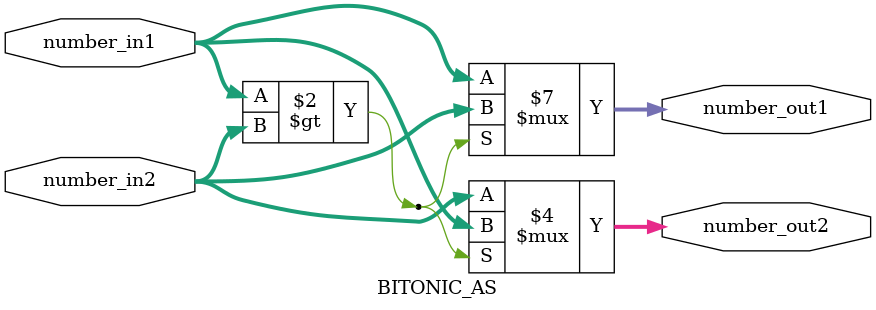
<source format=v>
module BITONIC_AS(number_in1, number_in2, number_out1, number_out2);
input  [7:0] number_in1;
input  [7:0] number_in2;
output [7:0] number_out1;
output [7:0] number_out2;

/*
    Write your design here!
*/
reg [7:0] number_out1;
reg [7:0] number_out2;

always @(*) begin
    if (number_in1 > number_in2) begin
        number_out1 = number_in2;
        number_out2 = number_in1;
    end
    else begin
        number_out1 = number_in1;
        number_out2 = number_in2;
    end
end


endmodule
</source>
